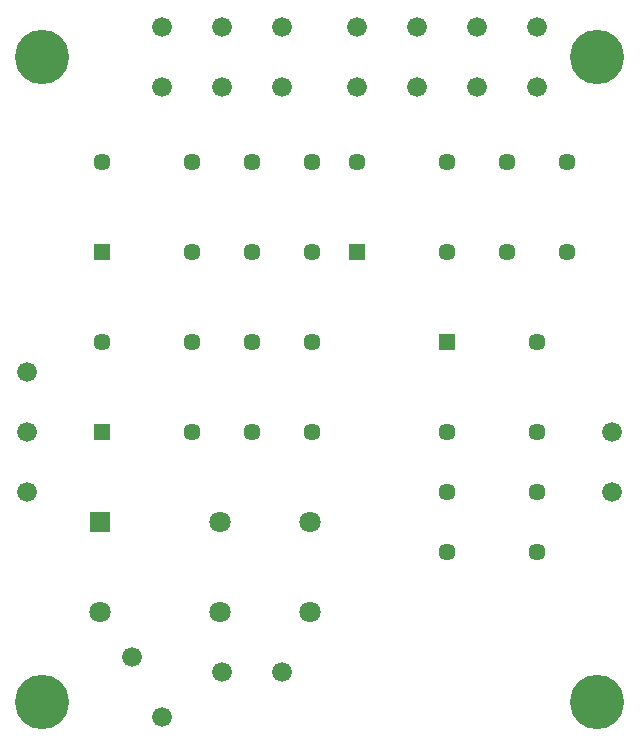
<source format=gbr>
G04 EasyPC Gerber Version 21.0.3 Build 4286 *
G04 #@! TF.Part,Single*
G04 #@! TF.FileFunction,Soldermask,Bot *
G04 #@! TF.FilePolarity,Negative *
%FSLAX35Y35*%
%MOIN*%
G04 #@! TA.AperFunction,ComponentPad*
%ADD20R,0.05718X0.05718*%
%ADD23R,0.07096X0.07096*%
%ADD21C,0.05718*%
G04 #@! TA.AperFunction,WasherPad*
%ADD70C,0.06600*%
G04 #@! TA.AperFunction,ComponentPad*
%ADD22C,0.07096*%
G04 #@! TA.AperFunction,WasherPad*
%ADD71C,0.18100*%
X0Y0D02*
D02*
D70*
X15250Y90250D03*
Y110250D03*
Y130250D03*
X50250Y35250D03*
X60250Y15250D03*
Y225250D03*
Y245250D03*
X80250Y30250D03*
Y225250D03*
Y245250D03*
X100250Y30250D03*
Y225250D03*
Y245250D03*
X125250Y225250D03*
Y245250D03*
X145250Y225250D03*
Y245250D03*
X165250Y225250D03*
Y245250D03*
X185250Y225250D03*
Y245250D03*
X210250Y90250D03*
Y110250D03*
D02*
D71*
X20250Y20250D03*
Y235250D03*
X205250Y20250D03*
Y235250D03*
D02*
D20*
X40250Y110250D03*
Y170250D03*
X125250D03*
X155250Y140250D03*
D02*
D21*
X40250D03*
Y200250D03*
X70250Y110250D03*
Y140250D03*
Y170250D03*
Y200250D03*
X90250Y110250D03*
Y140250D03*
Y170250D03*
Y200250D03*
X110250Y110250D03*
Y140250D03*
Y170250D03*
Y200250D03*
X125250D03*
X155250Y70250D03*
Y90250D03*
Y110250D03*
Y170250D03*
Y200250D03*
X175250Y170250D03*
Y200250D03*
X185250Y70250D03*
Y90250D03*
Y110250D03*
Y140250D03*
X195250Y170250D03*
Y200250D03*
D02*
D22*
X39581Y50250D03*
X79581D03*
Y80250D03*
X109581Y50250D03*
Y80250D03*
D02*
D23*
X39581D03*
X0Y0D02*
M02*

</source>
